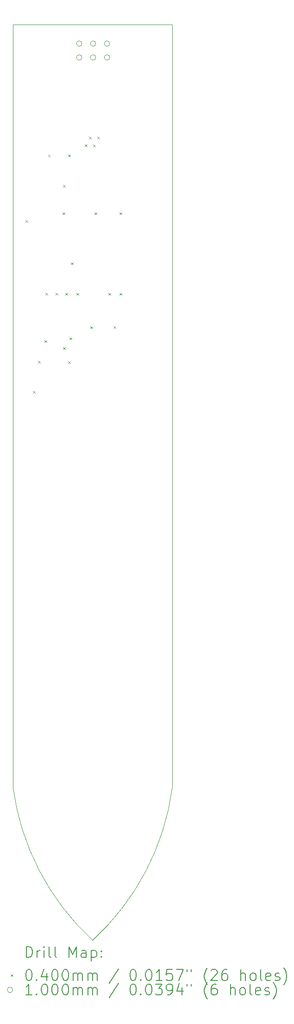
<source format=gbr>
%TF.GenerationSoftware,KiCad,Pcbnew,7.0.2*%
%TF.CreationDate,2023-05-10T22:13:41+02:00*%
%TF.ProjectId,ESPlant-Board,4553506c-616e-4742-9d42-6f6172642e6b,rev?*%
%TF.SameCoordinates,PX76c48e7PY1665c4c*%
%TF.FileFunction,Drillmap*%
%TF.FilePolarity,Positive*%
%FSLAX45Y45*%
G04 Gerber Fmt 4.5, Leading zero omitted, Abs format (unit mm)*
G04 Created by KiCad (PCBNEW 7.0.2) date 2023-05-10 22:13:41*
%MOMM*%
%LPD*%
G01*
G04 APERTURE LIST*
%ADD10C,0.050000*%
%ADD11C,0.100000*%
%ADD12C,0.200000*%
%ADD13C,0.040000*%
G04 APERTURE END LIST*
D10*
X0Y-13938000D02*
G75*
G03*
X1457147Y-16736255I4569296J600868D01*
G01*
X1457147Y-16736255D02*
G75*
G03*
X2914293Y-13938000I-3112149J3399123D01*
G01*
D11*
X2914294Y0D02*
X2914294Y-13938000D01*
X2914294Y0D02*
X0Y0D01*
X0Y0D02*
X0Y-13938000D01*
D12*
D13*
X226294Y-3568000D02*
X266294Y-3608000D01*
X266294Y-3568000D02*
X226294Y-3608000D01*
X366294Y-6694000D02*
X406294Y-6734000D01*
X406294Y-6694000D02*
X366294Y-6734000D01*
X456294Y-6144000D02*
X496294Y-6184000D01*
X496294Y-6144000D02*
X456294Y-6184000D01*
X575494Y-5768400D02*
X615494Y-5808400D01*
X615494Y-5768400D02*
X575494Y-5808400D01*
X594294Y-4902000D02*
X634294Y-4942000D01*
X634294Y-4902000D02*
X594294Y-4942000D01*
X640294Y-2372000D02*
X680294Y-2412000D01*
X680294Y-2372000D02*
X640294Y-2412000D01*
X778294Y-4902000D02*
X818294Y-4942000D01*
X818294Y-4902000D02*
X778294Y-4942000D01*
X905694Y-3431600D02*
X945694Y-3471600D01*
X945694Y-3431600D02*
X905694Y-3471600D01*
X916294Y-2924000D02*
X956294Y-2964000D01*
X956294Y-2924000D02*
X916294Y-2964000D01*
X916294Y-5895400D02*
X956294Y-5935400D01*
X956294Y-5895400D02*
X916294Y-5935400D01*
X956494Y-4904800D02*
X996494Y-4944800D01*
X996494Y-4904800D02*
X956494Y-4944800D01*
X1008294Y-2372000D02*
X1048294Y-2412000D01*
X1048294Y-2372000D02*
X1008294Y-2412000D01*
X1008769Y-6150875D02*
X1048769Y-6190875D01*
X1048769Y-6150875D02*
X1008769Y-6190875D01*
X1032694Y-5717600D02*
X1072694Y-5757600D01*
X1072694Y-5717600D02*
X1032694Y-5757600D01*
X1058094Y-4346000D02*
X1098094Y-4386000D01*
X1098094Y-4346000D02*
X1058094Y-4386000D01*
X1159694Y-4904800D02*
X1199694Y-4944800D01*
X1199694Y-4904800D02*
X1159694Y-4944800D01*
X1309896Y-2184802D02*
X1349896Y-2224802D01*
X1349896Y-2184802D02*
X1309896Y-2224802D01*
X1388294Y-2047448D02*
X1428294Y-2087448D01*
X1428294Y-2047448D02*
X1388294Y-2087448D01*
X1413694Y-5514400D02*
X1453694Y-5554400D01*
X1453694Y-5514400D02*
X1413694Y-5554400D01*
X1463244Y-2188738D02*
X1503244Y-2228738D01*
X1503244Y-2188738D02*
X1463244Y-2228738D01*
X1489894Y-3431600D02*
X1529894Y-3471600D01*
X1529894Y-3431600D02*
X1489894Y-3471600D01*
X1540694Y-2047448D02*
X1580694Y-2087448D01*
X1580694Y-2047448D02*
X1540694Y-2087448D01*
X1743894Y-4904800D02*
X1783894Y-4944800D01*
X1783894Y-4904800D02*
X1743894Y-4944800D01*
X1836294Y-5509400D02*
X1876294Y-5549400D01*
X1876294Y-5509400D02*
X1836294Y-5549400D01*
X1947094Y-3431600D02*
X1987094Y-3471600D01*
X1987094Y-3431600D02*
X1947094Y-3471600D01*
X1947094Y-4904800D02*
X1987094Y-4944800D01*
X1987094Y-4904800D02*
X1947094Y-4944800D01*
D11*
X1260294Y-344000D02*
G75*
G03*
X1260294Y-344000I-50000J0D01*
G01*
X1260294Y-598000D02*
G75*
G03*
X1260294Y-598000I-50000J0D01*
G01*
X1514294Y-344000D02*
G75*
G03*
X1514294Y-344000I-50000J0D01*
G01*
X1514294Y-598000D02*
G75*
G03*
X1514294Y-598000I-50000J0D01*
G01*
X1768294Y-344000D02*
G75*
G03*
X1768294Y-344000I-50000J0D01*
G01*
X1768294Y-598000D02*
G75*
G03*
X1768294Y-598000I-50000J0D01*
G01*
D12*
X242619Y-17051279D02*
X242619Y-16851279D01*
X242619Y-16851279D02*
X290238Y-16851279D01*
X290238Y-16851279D02*
X318810Y-16860803D01*
X318810Y-16860803D02*
X337857Y-16879850D01*
X337857Y-16879850D02*
X347381Y-16898898D01*
X347381Y-16898898D02*
X356905Y-16936993D01*
X356905Y-16936993D02*
X356905Y-16965565D01*
X356905Y-16965565D02*
X347381Y-17003660D01*
X347381Y-17003660D02*
X337857Y-17022707D01*
X337857Y-17022707D02*
X318810Y-17041755D01*
X318810Y-17041755D02*
X290238Y-17051279D01*
X290238Y-17051279D02*
X242619Y-17051279D01*
X442619Y-17051279D02*
X442619Y-16917945D01*
X442619Y-16956041D02*
X452143Y-16936993D01*
X452143Y-16936993D02*
X461667Y-16927469D01*
X461667Y-16927469D02*
X480714Y-16917945D01*
X480714Y-16917945D02*
X499762Y-16917945D01*
X566429Y-17051279D02*
X566429Y-16917945D01*
X566429Y-16851279D02*
X556905Y-16860803D01*
X556905Y-16860803D02*
X566429Y-16870326D01*
X566429Y-16870326D02*
X575952Y-16860803D01*
X575952Y-16860803D02*
X566429Y-16851279D01*
X566429Y-16851279D02*
X566429Y-16870326D01*
X690238Y-17051279D02*
X671190Y-17041755D01*
X671190Y-17041755D02*
X661667Y-17022707D01*
X661667Y-17022707D02*
X661667Y-16851279D01*
X795000Y-17051279D02*
X775952Y-17041755D01*
X775952Y-17041755D02*
X766428Y-17022707D01*
X766428Y-17022707D02*
X766428Y-16851279D01*
X1023571Y-17051279D02*
X1023571Y-16851279D01*
X1023571Y-16851279D02*
X1090238Y-16994136D01*
X1090238Y-16994136D02*
X1156905Y-16851279D01*
X1156905Y-16851279D02*
X1156905Y-17051279D01*
X1337857Y-17051279D02*
X1337857Y-16946517D01*
X1337857Y-16946517D02*
X1328333Y-16927469D01*
X1328333Y-16927469D02*
X1309286Y-16917945D01*
X1309286Y-16917945D02*
X1271190Y-16917945D01*
X1271190Y-16917945D02*
X1252143Y-16927469D01*
X1337857Y-17041755D02*
X1318810Y-17051279D01*
X1318810Y-17051279D02*
X1271190Y-17051279D01*
X1271190Y-17051279D02*
X1252143Y-17041755D01*
X1252143Y-17041755D02*
X1242619Y-17022707D01*
X1242619Y-17022707D02*
X1242619Y-17003660D01*
X1242619Y-17003660D02*
X1252143Y-16984612D01*
X1252143Y-16984612D02*
X1271190Y-16975088D01*
X1271190Y-16975088D02*
X1318810Y-16975088D01*
X1318810Y-16975088D02*
X1337857Y-16965565D01*
X1433095Y-16917945D02*
X1433095Y-17117945D01*
X1433095Y-16927469D02*
X1452143Y-16917945D01*
X1452143Y-16917945D02*
X1490238Y-16917945D01*
X1490238Y-16917945D02*
X1509286Y-16927469D01*
X1509286Y-16927469D02*
X1518809Y-16936993D01*
X1518809Y-16936993D02*
X1528333Y-16956041D01*
X1528333Y-16956041D02*
X1528333Y-17013184D01*
X1528333Y-17013184D02*
X1518809Y-17032231D01*
X1518809Y-17032231D02*
X1509286Y-17041755D01*
X1509286Y-17041755D02*
X1490238Y-17051279D01*
X1490238Y-17051279D02*
X1452143Y-17051279D01*
X1452143Y-17051279D02*
X1433095Y-17041755D01*
X1614048Y-17032231D02*
X1623571Y-17041755D01*
X1623571Y-17041755D02*
X1614048Y-17051279D01*
X1614048Y-17051279D02*
X1604524Y-17041755D01*
X1604524Y-17041755D02*
X1614048Y-17032231D01*
X1614048Y-17032231D02*
X1614048Y-17051279D01*
X1614048Y-16927469D02*
X1623571Y-16936993D01*
X1623571Y-16936993D02*
X1614048Y-16946517D01*
X1614048Y-16946517D02*
X1604524Y-16936993D01*
X1604524Y-16936993D02*
X1614048Y-16927469D01*
X1614048Y-16927469D02*
X1614048Y-16946517D01*
D13*
X-45000Y-17358755D02*
X-5000Y-17398755D01*
X-5000Y-17358755D02*
X-45000Y-17398755D01*
D12*
X280714Y-17271279D02*
X299762Y-17271279D01*
X299762Y-17271279D02*
X318810Y-17280803D01*
X318810Y-17280803D02*
X328333Y-17290326D01*
X328333Y-17290326D02*
X337857Y-17309374D01*
X337857Y-17309374D02*
X347381Y-17347469D01*
X347381Y-17347469D02*
X347381Y-17395088D01*
X347381Y-17395088D02*
X337857Y-17433184D01*
X337857Y-17433184D02*
X328333Y-17452231D01*
X328333Y-17452231D02*
X318810Y-17461755D01*
X318810Y-17461755D02*
X299762Y-17471279D01*
X299762Y-17471279D02*
X280714Y-17471279D01*
X280714Y-17471279D02*
X261667Y-17461755D01*
X261667Y-17461755D02*
X252143Y-17452231D01*
X252143Y-17452231D02*
X242619Y-17433184D01*
X242619Y-17433184D02*
X233095Y-17395088D01*
X233095Y-17395088D02*
X233095Y-17347469D01*
X233095Y-17347469D02*
X242619Y-17309374D01*
X242619Y-17309374D02*
X252143Y-17290326D01*
X252143Y-17290326D02*
X261667Y-17280803D01*
X261667Y-17280803D02*
X280714Y-17271279D01*
X433095Y-17452231D02*
X442619Y-17461755D01*
X442619Y-17461755D02*
X433095Y-17471279D01*
X433095Y-17471279D02*
X423571Y-17461755D01*
X423571Y-17461755D02*
X433095Y-17452231D01*
X433095Y-17452231D02*
X433095Y-17471279D01*
X614048Y-17337945D02*
X614048Y-17471279D01*
X566429Y-17261755D02*
X518809Y-17404612D01*
X518809Y-17404612D02*
X642619Y-17404612D01*
X756905Y-17271279D02*
X775952Y-17271279D01*
X775952Y-17271279D02*
X795000Y-17280803D01*
X795000Y-17280803D02*
X804524Y-17290326D01*
X804524Y-17290326D02*
X814048Y-17309374D01*
X814048Y-17309374D02*
X823571Y-17347469D01*
X823571Y-17347469D02*
X823571Y-17395088D01*
X823571Y-17395088D02*
X814048Y-17433184D01*
X814048Y-17433184D02*
X804524Y-17452231D01*
X804524Y-17452231D02*
X795000Y-17461755D01*
X795000Y-17461755D02*
X775952Y-17471279D01*
X775952Y-17471279D02*
X756905Y-17471279D01*
X756905Y-17471279D02*
X737857Y-17461755D01*
X737857Y-17461755D02*
X728333Y-17452231D01*
X728333Y-17452231D02*
X718809Y-17433184D01*
X718809Y-17433184D02*
X709286Y-17395088D01*
X709286Y-17395088D02*
X709286Y-17347469D01*
X709286Y-17347469D02*
X718809Y-17309374D01*
X718809Y-17309374D02*
X728333Y-17290326D01*
X728333Y-17290326D02*
X737857Y-17280803D01*
X737857Y-17280803D02*
X756905Y-17271279D01*
X947381Y-17271279D02*
X966429Y-17271279D01*
X966429Y-17271279D02*
X985476Y-17280803D01*
X985476Y-17280803D02*
X995000Y-17290326D01*
X995000Y-17290326D02*
X1004524Y-17309374D01*
X1004524Y-17309374D02*
X1014048Y-17347469D01*
X1014048Y-17347469D02*
X1014048Y-17395088D01*
X1014048Y-17395088D02*
X1004524Y-17433184D01*
X1004524Y-17433184D02*
X995000Y-17452231D01*
X995000Y-17452231D02*
X985476Y-17461755D01*
X985476Y-17461755D02*
X966429Y-17471279D01*
X966429Y-17471279D02*
X947381Y-17471279D01*
X947381Y-17471279D02*
X928333Y-17461755D01*
X928333Y-17461755D02*
X918809Y-17452231D01*
X918809Y-17452231D02*
X909286Y-17433184D01*
X909286Y-17433184D02*
X899762Y-17395088D01*
X899762Y-17395088D02*
X899762Y-17347469D01*
X899762Y-17347469D02*
X909286Y-17309374D01*
X909286Y-17309374D02*
X918809Y-17290326D01*
X918809Y-17290326D02*
X928333Y-17280803D01*
X928333Y-17280803D02*
X947381Y-17271279D01*
X1099762Y-17471279D02*
X1099762Y-17337945D01*
X1099762Y-17356993D02*
X1109286Y-17347469D01*
X1109286Y-17347469D02*
X1128333Y-17337945D01*
X1128333Y-17337945D02*
X1156905Y-17337945D01*
X1156905Y-17337945D02*
X1175952Y-17347469D01*
X1175952Y-17347469D02*
X1185476Y-17366517D01*
X1185476Y-17366517D02*
X1185476Y-17471279D01*
X1185476Y-17366517D02*
X1195000Y-17347469D01*
X1195000Y-17347469D02*
X1214048Y-17337945D01*
X1214048Y-17337945D02*
X1242619Y-17337945D01*
X1242619Y-17337945D02*
X1261667Y-17347469D01*
X1261667Y-17347469D02*
X1271191Y-17366517D01*
X1271191Y-17366517D02*
X1271191Y-17471279D01*
X1366429Y-17471279D02*
X1366429Y-17337945D01*
X1366429Y-17356993D02*
X1375952Y-17347469D01*
X1375952Y-17347469D02*
X1395000Y-17337945D01*
X1395000Y-17337945D02*
X1423571Y-17337945D01*
X1423571Y-17337945D02*
X1442619Y-17347469D01*
X1442619Y-17347469D02*
X1452143Y-17366517D01*
X1452143Y-17366517D02*
X1452143Y-17471279D01*
X1452143Y-17366517D02*
X1461667Y-17347469D01*
X1461667Y-17347469D02*
X1480714Y-17337945D01*
X1480714Y-17337945D02*
X1509286Y-17337945D01*
X1509286Y-17337945D02*
X1528333Y-17347469D01*
X1528333Y-17347469D02*
X1537857Y-17366517D01*
X1537857Y-17366517D02*
X1537857Y-17471279D01*
X1928333Y-17261755D02*
X1756905Y-17518898D01*
X2185476Y-17271279D02*
X2204524Y-17271279D01*
X2204524Y-17271279D02*
X2223572Y-17280803D01*
X2223572Y-17280803D02*
X2233095Y-17290326D01*
X2233095Y-17290326D02*
X2242619Y-17309374D01*
X2242619Y-17309374D02*
X2252143Y-17347469D01*
X2252143Y-17347469D02*
X2252143Y-17395088D01*
X2252143Y-17395088D02*
X2242619Y-17433184D01*
X2242619Y-17433184D02*
X2233095Y-17452231D01*
X2233095Y-17452231D02*
X2223572Y-17461755D01*
X2223572Y-17461755D02*
X2204524Y-17471279D01*
X2204524Y-17471279D02*
X2185476Y-17471279D01*
X2185476Y-17471279D02*
X2166429Y-17461755D01*
X2166429Y-17461755D02*
X2156905Y-17452231D01*
X2156905Y-17452231D02*
X2147381Y-17433184D01*
X2147381Y-17433184D02*
X2137857Y-17395088D01*
X2137857Y-17395088D02*
X2137857Y-17347469D01*
X2137857Y-17347469D02*
X2147381Y-17309374D01*
X2147381Y-17309374D02*
X2156905Y-17290326D01*
X2156905Y-17290326D02*
X2166429Y-17280803D01*
X2166429Y-17280803D02*
X2185476Y-17271279D01*
X2337857Y-17452231D02*
X2347381Y-17461755D01*
X2347381Y-17461755D02*
X2337857Y-17471279D01*
X2337857Y-17471279D02*
X2328334Y-17461755D01*
X2328334Y-17461755D02*
X2337857Y-17452231D01*
X2337857Y-17452231D02*
X2337857Y-17471279D01*
X2471191Y-17271279D02*
X2490238Y-17271279D01*
X2490238Y-17271279D02*
X2509286Y-17280803D01*
X2509286Y-17280803D02*
X2518810Y-17290326D01*
X2518810Y-17290326D02*
X2528334Y-17309374D01*
X2528334Y-17309374D02*
X2537857Y-17347469D01*
X2537857Y-17347469D02*
X2537857Y-17395088D01*
X2537857Y-17395088D02*
X2528334Y-17433184D01*
X2528334Y-17433184D02*
X2518810Y-17452231D01*
X2518810Y-17452231D02*
X2509286Y-17461755D01*
X2509286Y-17461755D02*
X2490238Y-17471279D01*
X2490238Y-17471279D02*
X2471191Y-17471279D01*
X2471191Y-17471279D02*
X2452143Y-17461755D01*
X2452143Y-17461755D02*
X2442619Y-17452231D01*
X2442619Y-17452231D02*
X2433095Y-17433184D01*
X2433095Y-17433184D02*
X2423572Y-17395088D01*
X2423572Y-17395088D02*
X2423572Y-17347469D01*
X2423572Y-17347469D02*
X2433095Y-17309374D01*
X2433095Y-17309374D02*
X2442619Y-17290326D01*
X2442619Y-17290326D02*
X2452143Y-17280803D01*
X2452143Y-17280803D02*
X2471191Y-17271279D01*
X2728334Y-17471279D02*
X2614048Y-17471279D01*
X2671191Y-17471279D02*
X2671191Y-17271279D01*
X2671191Y-17271279D02*
X2652143Y-17299850D01*
X2652143Y-17299850D02*
X2633095Y-17318898D01*
X2633095Y-17318898D02*
X2614048Y-17328422D01*
X2909286Y-17271279D02*
X2814048Y-17271279D01*
X2814048Y-17271279D02*
X2804524Y-17366517D01*
X2804524Y-17366517D02*
X2814048Y-17356993D01*
X2814048Y-17356993D02*
X2833095Y-17347469D01*
X2833095Y-17347469D02*
X2880714Y-17347469D01*
X2880714Y-17347469D02*
X2899762Y-17356993D01*
X2899762Y-17356993D02*
X2909286Y-17366517D01*
X2909286Y-17366517D02*
X2918810Y-17385565D01*
X2918810Y-17385565D02*
X2918810Y-17433184D01*
X2918810Y-17433184D02*
X2909286Y-17452231D01*
X2909286Y-17452231D02*
X2899762Y-17461755D01*
X2899762Y-17461755D02*
X2880714Y-17471279D01*
X2880714Y-17471279D02*
X2833095Y-17471279D01*
X2833095Y-17471279D02*
X2814048Y-17461755D01*
X2814048Y-17461755D02*
X2804524Y-17452231D01*
X2985476Y-17271279D02*
X3118810Y-17271279D01*
X3118810Y-17271279D02*
X3033095Y-17471279D01*
X3185476Y-17271279D02*
X3185476Y-17309374D01*
X3261667Y-17271279D02*
X3261667Y-17309374D01*
X3556905Y-17547469D02*
X3547381Y-17537945D01*
X3547381Y-17537945D02*
X3528334Y-17509374D01*
X3528334Y-17509374D02*
X3518810Y-17490326D01*
X3518810Y-17490326D02*
X3509286Y-17461755D01*
X3509286Y-17461755D02*
X3499762Y-17414136D01*
X3499762Y-17414136D02*
X3499762Y-17376041D01*
X3499762Y-17376041D02*
X3509286Y-17328422D01*
X3509286Y-17328422D02*
X3518810Y-17299850D01*
X3518810Y-17299850D02*
X3528334Y-17280803D01*
X3528334Y-17280803D02*
X3547381Y-17252231D01*
X3547381Y-17252231D02*
X3556905Y-17242707D01*
X3623572Y-17290326D02*
X3633095Y-17280803D01*
X3633095Y-17280803D02*
X3652143Y-17271279D01*
X3652143Y-17271279D02*
X3699762Y-17271279D01*
X3699762Y-17271279D02*
X3718810Y-17280803D01*
X3718810Y-17280803D02*
X3728334Y-17290326D01*
X3728334Y-17290326D02*
X3737857Y-17309374D01*
X3737857Y-17309374D02*
X3737857Y-17328422D01*
X3737857Y-17328422D02*
X3728334Y-17356993D01*
X3728334Y-17356993D02*
X3614048Y-17471279D01*
X3614048Y-17471279D02*
X3737857Y-17471279D01*
X3909286Y-17271279D02*
X3871191Y-17271279D01*
X3871191Y-17271279D02*
X3852143Y-17280803D01*
X3852143Y-17280803D02*
X3842619Y-17290326D01*
X3842619Y-17290326D02*
X3823572Y-17318898D01*
X3823572Y-17318898D02*
X3814048Y-17356993D01*
X3814048Y-17356993D02*
X3814048Y-17433184D01*
X3814048Y-17433184D02*
X3823572Y-17452231D01*
X3823572Y-17452231D02*
X3833095Y-17461755D01*
X3833095Y-17461755D02*
X3852143Y-17471279D01*
X3852143Y-17471279D02*
X3890238Y-17471279D01*
X3890238Y-17471279D02*
X3909286Y-17461755D01*
X3909286Y-17461755D02*
X3918810Y-17452231D01*
X3918810Y-17452231D02*
X3928334Y-17433184D01*
X3928334Y-17433184D02*
X3928334Y-17385565D01*
X3928334Y-17385565D02*
X3918810Y-17366517D01*
X3918810Y-17366517D02*
X3909286Y-17356993D01*
X3909286Y-17356993D02*
X3890238Y-17347469D01*
X3890238Y-17347469D02*
X3852143Y-17347469D01*
X3852143Y-17347469D02*
X3833095Y-17356993D01*
X3833095Y-17356993D02*
X3823572Y-17366517D01*
X3823572Y-17366517D02*
X3814048Y-17385565D01*
X4166429Y-17471279D02*
X4166429Y-17271279D01*
X4252143Y-17471279D02*
X4252143Y-17366517D01*
X4252143Y-17366517D02*
X4242619Y-17347469D01*
X4242619Y-17347469D02*
X4223572Y-17337945D01*
X4223572Y-17337945D02*
X4195000Y-17337945D01*
X4195000Y-17337945D02*
X4175953Y-17347469D01*
X4175953Y-17347469D02*
X4166429Y-17356993D01*
X4375953Y-17471279D02*
X4356905Y-17461755D01*
X4356905Y-17461755D02*
X4347381Y-17452231D01*
X4347381Y-17452231D02*
X4337858Y-17433184D01*
X4337858Y-17433184D02*
X4337858Y-17376041D01*
X4337858Y-17376041D02*
X4347381Y-17356993D01*
X4347381Y-17356993D02*
X4356905Y-17347469D01*
X4356905Y-17347469D02*
X4375953Y-17337945D01*
X4375953Y-17337945D02*
X4404524Y-17337945D01*
X4404524Y-17337945D02*
X4423572Y-17347469D01*
X4423572Y-17347469D02*
X4433096Y-17356993D01*
X4433096Y-17356993D02*
X4442619Y-17376041D01*
X4442619Y-17376041D02*
X4442619Y-17433184D01*
X4442619Y-17433184D02*
X4433096Y-17452231D01*
X4433096Y-17452231D02*
X4423572Y-17461755D01*
X4423572Y-17461755D02*
X4404524Y-17471279D01*
X4404524Y-17471279D02*
X4375953Y-17471279D01*
X4556905Y-17471279D02*
X4537858Y-17461755D01*
X4537858Y-17461755D02*
X4528334Y-17442707D01*
X4528334Y-17442707D02*
X4528334Y-17271279D01*
X4709286Y-17461755D02*
X4690239Y-17471279D01*
X4690239Y-17471279D02*
X4652143Y-17471279D01*
X4652143Y-17471279D02*
X4633096Y-17461755D01*
X4633096Y-17461755D02*
X4623572Y-17442707D01*
X4623572Y-17442707D02*
X4623572Y-17366517D01*
X4623572Y-17366517D02*
X4633096Y-17347469D01*
X4633096Y-17347469D02*
X4652143Y-17337945D01*
X4652143Y-17337945D02*
X4690239Y-17337945D01*
X4690239Y-17337945D02*
X4709286Y-17347469D01*
X4709286Y-17347469D02*
X4718810Y-17366517D01*
X4718810Y-17366517D02*
X4718810Y-17385565D01*
X4718810Y-17385565D02*
X4623572Y-17404612D01*
X4795000Y-17461755D02*
X4814048Y-17471279D01*
X4814048Y-17471279D02*
X4852143Y-17471279D01*
X4852143Y-17471279D02*
X4871191Y-17461755D01*
X4871191Y-17461755D02*
X4880715Y-17442707D01*
X4880715Y-17442707D02*
X4880715Y-17433184D01*
X4880715Y-17433184D02*
X4871191Y-17414136D01*
X4871191Y-17414136D02*
X4852143Y-17404612D01*
X4852143Y-17404612D02*
X4823572Y-17404612D01*
X4823572Y-17404612D02*
X4804524Y-17395088D01*
X4804524Y-17395088D02*
X4795000Y-17376041D01*
X4795000Y-17376041D02*
X4795000Y-17366517D01*
X4795000Y-17366517D02*
X4804524Y-17347469D01*
X4804524Y-17347469D02*
X4823572Y-17337945D01*
X4823572Y-17337945D02*
X4852143Y-17337945D01*
X4852143Y-17337945D02*
X4871191Y-17347469D01*
X4947381Y-17547469D02*
X4956905Y-17537945D01*
X4956905Y-17537945D02*
X4975953Y-17509374D01*
X4975953Y-17509374D02*
X4985477Y-17490326D01*
X4985477Y-17490326D02*
X4995000Y-17461755D01*
X4995000Y-17461755D02*
X5004524Y-17414136D01*
X5004524Y-17414136D02*
X5004524Y-17376041D01*
X5004524Y-17376041D02*
X4995000Y-17328422D01*
X4995000Y-17328422D02*
X4985477Y-17299850D01*
X4985477Y-17299850D02*
X4975953Y-17280803D01*
X4975953Y-17280803D02*
X4956905Y-17252231D01*
X4956905Y-17252231D02*
X4947381Y-17242707D01*
D11*
X-5000Y-17642755D02*
G75*
G03*
X-5000Y-17642755I-50000J0D01*
G01*
D12*
X347381Y-17735279D02*
X233095Y-17735279D01*
X290238Y-17735279D02*
X290238Y-17535279D01*
X290238Y-17535279D02*
X271190Y-17563850D01*
X271190Y-17563850D02*
X252143Y-17582898D01*
X252143Y-17582898D02*
X233095Y-17592422D01*
X433095Y-17716231D02*
X442619Y-17725755D01*
X442619Y-17725755D02*
X433095Y-17735279D01*
X433095Y-17735279D02*
X423571Y-17725755D01*
X423571Y-17725755D02*
X433095Y-17716231D01*
X433095Y-17716231D02*
X433095Y-17735279D01*
X566429Y-17535279D02*
X585476Y-17535279D01*
X585476Y-17535279D02*
X604524Y-17544803D01*
X604524Y-17544803D02*
X614048Y-17554326D01*
X614048Y-17554326D02*
X623571Y-17573374D01*
X623571Y-17573374D02*
X633095Y-17611469D01*
X633095Y-17611469D02*
X633095Y-17659088D01*
X633095Y-17659088D02*
X623571Y-17697184D01*
X623571Y-17697184D02*
X614048Y-17716231D01*
X614048Y-17716231D02*
X604524Y-17725755D01*
X604524Y-17725755D02*
X585476Y-17735279D01*
X585476Y-17735279D02*
X566429Y-17735279D01*
X566429Y-17735279D02*
X547381Y-17725755D01*
X547381Y-17725755D02*
X537857Y-17716231D01*
X537857Y-17716231D02*
X528333Y-17697184D01*
X528333Y-17697184D02*
X518809Y-17659088D01*
X518809Y-17659088D02*
X518809Y-17611469D01*
X518809Y-17611469D02*
X528333Y-17573374D01*
X528333Y-17573374D02*
X537857Y-17554326D01*
X537857Y-17554326D02*
X547381Y-17544803D01*
X547381Y-17544803D02*
X566429Y-17535279D01*
X756905Y-17535279D02*
X775952Y-17535279D01*
X775952Y-17535279D02*
X795000Y-17544803D01*
X795000Y-17544803D02*
X804524Y-17554326D01*
X804524Y-17554326D02*
X814048Y-17573374D01*
X814048Y-17573374D02*
X823571Y-17611469D01*
X823571Y-17611469D02*
X823571Y-17659088D01*
X823571Y-17659088D02*
X814048Y-17697184D01*
X814048Y-17697184D02*
X804524Y-17716231D01*
X804524Y-17716231D02*
X795000Y-17725755D01*
X795000Y-17725755D02*
X775952Y-17735279D01*
X775952Y-17735279D02*
X756905Y-17735279D01*
X756905Y-17735279D02*
X737857Y-17725755D01*
X737857Y-17725755D02*
X728333Y-17716231D01*
X728333Y-17716231D02*
X718809Y-17697184D01*
X718809Y-17697184D02*
X709286Y-17659088D01*
X709286Y-17659088D02*
X709286Y-17611469D01*
X709286Y-17611469D02*
X718809Y-17573374D01*
X718809Y-17573374D02*
X728333Y-17554326D01*
X728333Y-17554326D02*
X737857Y-17544803D01*
X737857Y-17544803D02*
X756905Y-17535279D01*
X947381Y-17535279D02*
X966429Y-17535279D01*
X966429Y-17535279D02*
X985476Y-17544803D01*
X985476Y-17544803D02*
X995000Y-17554326D01*
X995000Y-17554326D02*
X1004524Y-17573374D01*
X1004524Y-17573374D02*
X1014048Y-17611469D01*
X1014048Y-17611469D02*
X1014048Y-17659088D01*
X1014048Y-17659088D02*
X1004524Y-17697184D01*
X1004524Y-17697184D02*
X995000Y-17716231D01*
X995000Y-17716231D02*
X985476Y-17725755D01*
X985476Y-17725755D02*
X966429Y-17735279D01*
X966429Y-17735279D02*
X947381Y-17735279D01*
X947381Y-17735279D02*
X928333Y-17725755D01*
X928333Y-17725755D02*
X918809Y-17716231D01*
X918809Y-17716231D02*
X909286Y-17697184D01*
X909286Y-17697184D02*
X899762Y-17659088D01*
X899762Y-17659088D02*
X899762Y-17611469D01*
X899762Y-17611469D02*
X909286Y-17573374D01*
X909286Y-17573374D02*
X918809Y-17554326D01*
X918809Y-17554326D02*
X928333Y-17544803D01*
X928333Y-17544803D02*
X947381Y-17535279D01*
X1099762Y-17735279D02*
X1099762Y-17601945D01*
X1099762Y-17620993D02*
X1109286Y-17611469D01*
X1109286Y-17611469D02*
X1128333Y-17601945D01*
X1128333Y-17601945D02*
X1156905Y-17601945D01*
X1156905Y-17601945D02*
X1175952Y-17611469D01*
X1175952Y-17611469D02*
X1185476Y-17630517D01*
X1185476Y-17630517D02*
X1185476Y-17735279D01*
X1185476Y-17630517D02*
X1195000Y-17611469D01*
X1195000Y-17611469D02*
X1214048Y-17601945D01*
X1214048Y-17601945D02*
X1242619Y-17601945D01*
X1242619Y-17601945D02*
X1261667Y-17611469D01*
X1261667Y-17611469D02*
X1271191Y-17630517D01*
X1271191Y-17630517D02*
X1271191Y-17735279D01*
X1366429Y-17735279D02*
X1366429Y-17601945D01*
X1366429Y-17620993D02*
X1375952Y-17611469D01*
X1375952Y-17611469D02*
X1395000Y-17601945D01*
X1395000Y-17601945D02*
X1423571Y-17601945D01*
X1423571Y-17601945D02*
X1442619Y-17611469D01*
X1442619Y-17611469D02*
X1452143Y-17630517D01*
X1452143Y-17630517D02*
X1452143Y-17735279D01*
X1452143Y-17630517D02*
X1461667Y-17611469D01*
X1461667Y-17611469D02*
X1480714Y-17601945D01*
X1480714Y-17601945D02*
X1509286Y-17601945D01*
X1509286Y-17601945D02*
X1528333Y-17611469D01*
X1528333Y-17611469D02*
X1537857Y-17630517D01*
X1537857Y-17630517D02*
X1537857Y-17735279D01*
X1928333Y-17525755D02*
X1756905Y-17782898D01*
X2185476Y-17535279D02*
X2204524Y-17535279D01*
X2204524Y-17535279D02*
X2223572Y-17544803D01*
X2223572Y-17544803D02*
X2233095Y-17554326D01*
X2233095Y-17554326D02*
X2242619Y-17573374D01*
X2242619Y-17573374D02*
X2252143Y-17611469D01*
X2252143Y-17611469D02*
X2252143Y-17659088D01*
X2252143Y-17659088D02*
X2242619Y-17697184D01*
X2242619Y-17697184D02*
X2233095Y-17716231D01*
X2233095Y-17716231D02*
X2223572Y-17725755D01*
X2223572Y-17725755D02*
X2204524Y-17735279D01*
X2204524Y-17735279D02*
X2185476Y-17735279D01*
X2185476Y-17735279D02*
X2166429Y-17725755D01*
X2166429Y-17725755D02*
X2156905Y-17716231D01*
X2156905Y-17716231D02*
X2147381Y-17697184D01*
X2147381Y-17697184D02*
X2137857Y-17659088D01*
X2137857Y-17659088D02*
X2137857Y-17611469D01*
X2137857Y-17611469D02*
X2147381Y-17573374D01*
X2147381Y-17573374D02*
X2156905Y-17554326D01*
X2156905Y-17554326D02*
X2166429Y-17544803D01*
X2166429Y-17544803D02*
X2185476Y-17535279D01*
X2337857Y-17716231D02*
X2347381Y-17725755D01*
X2347381Y-17725755D02*
X2337857Y-17735279D01*
X2337857Y-17735279D02*
X2328334Y-17725755D01*
X2328334Y-17725755D02*
X2337857Y-17716231D01*
X2337857Y-17716231D02*
X2337857Y-17735279D01*
X2471191Y-17535279D02*
X2490238Y-17535279D01*
X2490238Y-17535279D02*
X2509286Y-17544803D01*
X2509286Y-17544803D02*
X2518810Y-17554326D01*
X2518810Y-17554326D02*
X2528334Y-17573374D01*
X2528334Y-17573374D02*
X2537857Y-17611469D01*
X2537857Y-17611469D02*
X2537857Y-17659088D01*
X2537857Y-17659088D02*
X2528334Y-17697184D01*
X2528334Y-17697184D02*
X2518810Y-17716231D01*
X2518810Y-17716231D02*
X2509286Y-17725755D01*
X2509286Y-17725755D02*
X2490238Y-17735279D01*
X2490238Y-17735279D02*
X2471191Y-17735279D01*
X2471191Y-17735279D02*
X2452143Y-17725755D01*
X2452143Y-17725755D02*
X2442619Y-17716231D01*
X2442619Y-17716231D02*
X2433095Y-17697184D01*
X2433095Y-17697184D02*
X2423572Y-17659088D01*
X2423572Y-17659088D02*
X2423572Y-17611469D01*
X2423572Y-17611469D02*
X2433095Y-17573374D01*
X2433095Y-17573374D02*
X2442619Y-17554326D01*
X2442619Y-17554326D02*
X2452143Y-17544803D01*
X2452143Y-17544803D02*
X2471191Y-17535279D01*
X2604524Y-17535279D02*
X2728334Y-17535279D01*
X2728334Y-17535279D02*
X2661667Y-17611469D01*
X2661667Y-17611469D02*
X2690238Y-17611469D01*
X2690238Y-17611469D02*
X2709286Y-17620993D01*
X2709286Y-17620993D02*
X2718810Y-17630517D01*
X2718810Y-17630517D02*
X2728334Y-17649565D01*
X2728334Y-17649565D02*
X2728334Y-17697184D01*
X2728334Y-17697184D02*
X2718810Y-17716231D01*
X2718810Y-17716231D02*
X2709286Y-17725755D01*
X2709286Y-17725755D02*
X2690238Y-17735279D01*
X2690238Y-17735279D02*
X2633095Y-17735279D01*
X2633095Y-17735279D02*
X2614048Y-17725755D01*
X2614048Y-17725755D02*
X2604524Y-17716231D01*
X2823572Y-17735279D02*
X2861667Y-17735279D01*
X2861667Y-17735279D02*
X2880714Y-17725755D01*
X2880714Y-17725755D02*
X2890238Y-17716231D01*
X2890238Y-17716231D02*
X2909286Y-17687660D01*
X2909286Y-17687660D02*
X2918810Y-17649565D01*
X2918810Y-17649565D02*
X2918810Y-17573374D01*
X2918810Y-17573374D02*
X2909286Y-17554326D01*
X2909286Y-17554326D02*
X2899762Y-17544803D01*
X2899762Y-17544803D02*
X2880714Y-17535279D01*
X2880714Y-17535279D02*
X2842619Y-17535279D01*
X2842619Y-17535279D02*
X2823572Y-17544803D01*
X2823572Y-17544803D02*
X2814048Y-17554326D01*
X2814048Y-17554326D02*
X2804524Y-17573374D01*
X2804524Y-17573374D02*
X2804524Y-17620993D01*
X2804524Y-17620993D02*
X2814048Y-17640041D01*
X2814048Y-17640041D02*
X2823572Y-17649565D01*
X2823572Y-17649565D02*
X2842619Y-17659088D01*
X2842619Y-17659088D02*
X2880714Y-17659088D01*
X2880714Y-17659088D02*
X2899762Y-17649565D01*
X2899762Y-17649565D02*
X2909286Y-17640041D01*
X2909286Y-17640041D02*
X2918810Y-17620993D01*
X3090238Y-17601945D02*
X3090238Y-17735279D01*
X3042619Y-17525755D02*
X2995000Y-17668612D01*
X2995000Y-17668612D02*
X3118810Y-17668612D01*
X3185476Y-17535279D02*
X3185476Y-17573374D01*
X3261667Y-17535279D02*
X3261667Y-17573374D01*
X3556905Y-17811469D02*
X3547381Y-17801945D01*
X3547381Y-17801945D02*
X3528334Y-17773374D01*
X3528334Y-17773374D02*
X3518810Y-17754326D01*
X3518810Y-17754326D02*
X3509286Y-17725755D01*
X3509286Y-17725755D02*
X3499762Y-17678136D01*
X3499762Y-17678136D02*
X3499762Y-17640041D01*
X3499762Y-17640041D02*
X3509286Y-17592422D01*
X3509286Y-17592422D02*
X3518810Y-17563850D01*
X3518810Y-17563850D02*
X3528334Y-17544803D01*
X3528334Y-17544803D02*
X3547381Y-17516231D01*
X3547381Y-17516231D02*
X3556905Y-17506707D01*
X3718810Y-17535279D02*
X3680714Y-17535279D01*
X3680714Y-17535279D02*
X3661667Y-17544803D01*
X3661667Y-17544803D02*
X3652143Y-17554326D01*
X3652143Y-17554326D02*
X3633095Y-17582898D01*
X3633095Y-17582898D02*
X3623572Y-17620993D01*
X3623572Y-17620993D02*
X3623572Y-17697184D01*
X3623572Y-17697184D02*
X3633095Y-17716231D01*
X3633095Y-17716231D02*
X3642619Y-17725755D01*
X3642619Y-17725755D02*
X3661667Y-17735279D01*
X3661667Y-17735279D02*
X3699762Y-17735279D01*
X3699762Y-17735279D02*
X3718810Y-17725755D01*
X3718810Y-17725755D02*
X3728334Y-17716231D01*
X3728334Y-17716231D02*
X3737857Y-17697184D01*
X3737857Y-17697184D02*
X3737857Y-17649565D01*
X3737857Y-17649565D02*
X3728334Y-17630517D01*
X3728334Y-17630517D02*
X3718810Y-17620993D01*
X3718810Y-17620993D02*
X3699762Y-17611469D01*
X3699762Y-17611469D02*
X3661667Y-17611469D01*
X3661667Y-17611469D02*
X3642619Y-17620993D01*
X3642619Y-17620993D02*
X3633095Y-17630517D01*
X3633095Y-17630517D02*
X3623572Y-17649565D01*
X3975953Y-17735279D02*
X3975953Y-17535279D01*
X4061667Y-17735279D02*
X4061667Y-17630517D01*
X4061667Y-17630517D02*
X4052143Y-17611469D01*
X4052143Y-17611469D02*
X4033096Y-17601945D01*
X4033096Y-17601945D02*
X4004524Y-17601945D01*
X4004524Y-17601945D02*
X3985476Y-17611469D01*
X3985476Y-17611469D02*
X3975953Y-17620993D01*
X4185476Y-17735279D02*
X4166429Y-17725755D01*
X4166429Y-17725755D02*
X4156905Y-17716231D01*
X4156905Y-17716231D02*
X4147381Y-17697184D01*
X4147381Y-17697184D02*
X4147381Y-17640041D01*
X4147381Y-17640041D02*
X4156905Y-17620993D01*
X4156905Y-17620993D02*
X4166429Y-17611469D01*
X4166429Y-17611469D02*
X4185476Y-17601945D01*
X4185476Y-17601945D02*
X4214048Y-17601945D01*
X4214048Y-17601945D02*
X4233096Y-17611469D01*
X4233096Y-17611469D02*
X4242619Y-17620993D01*
X4242619Y-17620993D02*
X4252143Y-17640041D01*
X4252143Y-17640041D02*
X4252143Y-17697184D01*
X4252143Y-17697184D02*
X4242619Y-17716231D01*
X4242619Y-17716231D02*
X4233096Y-17725755D01*
X4233096Y-17725755D02*
X4214048Y-17735279D01*
X4214048Y-17735279D02*
X4185476Y-17735279D01*
X4366429Y-17735279D02*
X4347381Y-17725755D01*
X4347381Y-17725755D02*
X4337858Y-17706707D01*
X4337858Y-17706707D02*
X4337858Y-17535279D01*
X4518810Y-17725755D02*
X4499762Y-17735279D01*
X4499762Y-17735279D02*
X4461667Y-17735279D01*
X4461667Y-17735279D02*
X4442619Y-17725755D01*
X4442619Y-17725755D02*
X4433096Y-17706707D01*
X4433096Y-17706707D02*
X4433096Y-17630517D01*
X4433096Y-17630517D02*
X4442619Y-17611469D01*
X4442619Y-17611469D02*
X4461667Y-17601945D01*
X4461667Y-17601945D02*
X4499762Y-17601945D01*
X4499762Y-17601945D02*
X4518810Y-17611469D01*
X4518810Y-17611469D02*
X4528334Y-17630517D01*
X4528334Y-17630517D02*
X4528334Y-17649565D01*
X4528334Y-17649565D02*
X4433096Y-17668612D01*
X4604524Y-17725755D02*
X4623572Y-17735279D01*
X4623572Y-17735279D02*
X4661667Y-17735279D01*
X4661667Y-17735279D02*
X4680715Y-17725755D01*
X4680715Y-17725755D02*
X4690239Y-17706707D01*
X4690239Y-17706707D02*
X4690239Y-17697184D01*
X4690239Y-17697184D02*
X4680715Y-17678136D01*
X4680715Y-17678136D02*
X4661667Y-17668612D01*
X4661667Y-17668612D02*
X4633096Y-17668612D01*
X4633096Y-17668612D02*
X4614048Y-17659088D01*
X4614048Y-17659088D02*
X4604524Y-17640041D01*
X4604524Y-17640041D02*
X4604524Y-17630517D01*
X4604524Y-17630517D02*
X4614048Y-17611469D01*
X4614048Y-17611469D02*
X4633096Y-17601945D01*
X4633096Y-17601945D02*
X4661667Y-17601945D01*
X4661667Y-17601945D02*
X4680715Y-17611469D01*
X4756905Y-17811469D02*
X4766429Y-17801945D01*
X4766429Y-17801945D02*
X4785477Y-17773374D01*
X4785477Y-17773374D02*
X4795000Y-17754326D01*
X4795000Y-17754326D02*
X4804524Y-17725755D01*
X4804524Y-17725755D02*
X4814048Y-17678136D01*
X4814048Y-17678136D02*
X4814048Y-17640041D01*
X4814048Y-17640041D02*
X4804524Y-17592422D01*
X4804524Y-17592422D02*
X4795000Y-17563850D01*
X4795000Y-17563850D02*
X4785477Y-17544803D01*
X4785477Y-17544803D02*
X4766429Y-17516231D01*
X4766429Y-17516231D02*
X4756905Y-17506707D01*
M02*

</source>
